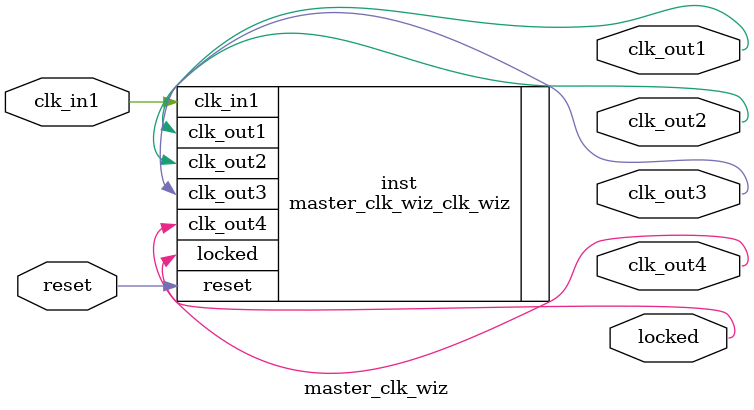
<source format=v>


`timescale 1ps/1ps

(* CORE_GENERATION_INFO = "master_clk_wiz,clk_wiz_v6_0_3_0_0,{component_name=master_clk_wiz,use_phase_alignment=true,use_min_o_jitter=false,use_max_i_jitter=false,use_dyn_phase_shift=false,use_inclk_switchover=false,use_dyn_reconfig=false,enable_axi=0,feedback_source=FDBK_AUTO,PRIMITIVE=PLL,num_out_clk=4,clkin1_period=50.000,clkin2_period=10.0,use_power_down=false,use_reset=true,use_locked=true,use_inclk_stopped=false,feedback_type=SINGLE,CLOCK_MGR_TYPE=NA,manual_override=false}" *)

module master_clk_wiz 
 (
  // Clock out ports
  output        clk_out1,
  output        clk_out2,
  output        clk_out3,
  output        clk_out4,
  // Status and control signals
  input         reset,
  output        locked,
 // Clock in ports
  input         clk_in1
 );

  master_clk_wiz_clk_wiz inst
  (
  // Clock out ports  
  .clk_out1(clk_out1),
  .clk_out2(clk_out2),
  .clk_out3(clk_out3),
  .clk_out4(clk_out4),
  // Status and control signals               
  .reset(reset), 
  .locked(locked),
 // Clock in ports
  .clk_in1(clk_in1)
  );

endmodule

</source>
